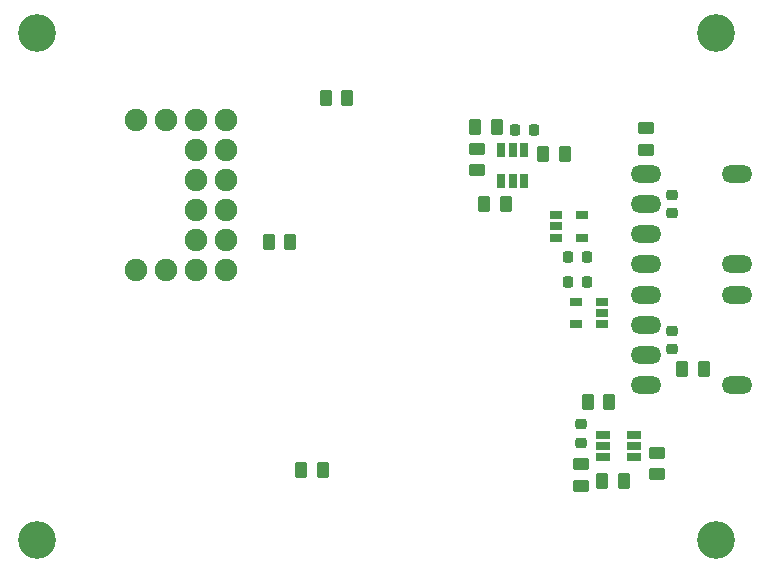
<source format=gbs>
G04 #@! TF.GenerationSoftware,KiCad,Pcbnew,(6.0.0)*
G04 #@! TF.CreationDate,2022-01-21T17:49:38-05:00*
G04 #@! TF.ProjectId,serial_interface,73657269-616c-45f6-996e-746572666163,D1*
G04 #@! TF.SameCoordinates,Original*
G04 #@! TF.FileFunction,Soldermask,Bot*
G04 #@! TF.FilePolarity,Negative*
%FSLAX45Y45*%
G04 Gerber Fmt 4.5, Leading zero omitted, Abs format (unit mm)*
G04 Created by KiCad (PCBNEW (6.0.0)) date 2022-01-21 17:49:38*
%MOMM*%
%LPD*%
G01*
G04 APERTURE LIST*
G04 Aperture macros list*
%AMRoundRect*
0 Rectangle with rounded corners*
0 $1 Rounding radius*
0 $2 $3 $4 $5 $6 $7 $8 $9 X,Y pos of 4 corners*
0 Add a 4 corners polygon primitive as box body*
4,1,4,$2,$3,$4,$5,$6,$7,$8,$9,$2,$3,0*
0 Add four circle primitives for the rounded corners*
1,1,$1+$1,$2,$3*
1,1,$1+$1,$4,$5*
1,1,$1+$1,$6,$7*
1,1,$1+$1,$8,$9*
0 Add four rect primitives between the rounded corners*
20,1,$1+$1,$2,$3,$4,$5,0*
20,1,$1+$1,$4,$5,$6,$7,0*
20,1,$1+$1,$6,$7,$8,$9,0*
20,1,$1+$1,$8,$9,$2,$3,0*%
G04 Aperture macros list end*
%ADD10R,0.650000X1.220000*%
%ADD11R,1.220000X0.650000*%
%ADD12R,1.060000X0.650000*%
%ADD13C,1.900000*%
%ADD14RoundRect,0.250000X0.262500X0.450000X-0.262500X0.450000X-0.262500X-0.450000X0.262500X-0.450000X0*%
%ADD15RoundRect,0.250000X0.450000X-0.262500X0.450000X0.262500X-0.450000X0.262500X-0.450000X-0.262500X0*%
%ADD16RoundRect,0.250000X-0.262500X-0.450000X0.262500X-0.450000X0.262500X0.450000X-0.262500X0.450000X0*%
%ADD17RoundRect,0.250000X-0.450000X0.262500X-0.450000X-0.262500X0.450000X-0.262500X0.450000X0.262500X0*%
%ADD18O,2.600000X1.500000*%
%ADD19C,3.200000*%
%ADD20RoundRect,0.225000X-0.250000X0.225000X-0.250000X-0.225000X0.250000X-0.225000X0.250000X0.225000X0*%
%ADD21RoundRect,0.225000X0.225000X0.250000X-0.225000X0.250000X-0.225000X-0.250000X0.225000X-0.250000X0*%
%ADD22RoundRect,0.225000X0.250000X-0.225000X0.250000X0.225000X-0.250000X0.225000X-0.250000X-0.225000X0*%
%ADD23RoundRect,0.225000X-0.225000X-0.250000X0.225000X-0.250000X0.225000X0.250000X-0.225000X0.250000X0*%
G04 APERTURE END LIST*
D10*
X14895000Y-9794000D03*
X14800000Y-9794000D03*
X14705000Y-9794000D03*
X14705000Y-10056000D03*
X14800000Y-10056000D03*
X14895000Y-10056000D03*
D11*
X15569000Y-12205000D03*
X15569000Y-12300000D03*
X15569000Y-12395000D03*
X15831000Y-12395000D03*
X15831000Y-12300000D03*
X15831000Y-12205000D03*
D12*
X15165000Y-10535000D03*
X15165000Y-10440000D03*
X15165000Y-10345000D03*
X15385000Y-10345000D03*
X15385000Y-10535000D03*
X15560000Y-11080000D03*
X15560000Y-11175000D03*
X15560000Y-11270000D03*
X15340000Y-11270000D03*
X15340000Y-11080000D03*
D13*
X11613000Y-10810000D03*
X11867000Y-10810000D03*
X12121000Y-10810000D03*
X12375000Y-10810000D03*
X12121000Y-10556000D03*
X12375000Y-10556000D03*
X12121000Y-10302000D03*
X12375000Y-10302000D03*
X12375000Y-10048000D03*
X12121000Y-10048000D03*
X12375000Y-9794000D03*
X12121000Y-9794000D03*
X12375000Y-9540000D03*
X12121000Y-9540000D03*
X11867000Y-9540000D03*
X11613000Y-9540000D03*
D14*
X15616250Y-11925000D03*
X15433750Y-11925000D03*
D15*
X16025000Y-12541250D03*
X16025000Y-12358750D03*
D16*
X15558750Y-12600000D03*
X15741250Y-12600000D03*
D17*
X15375000Y-12453750D03*
X15375000Y-12636250D03*
D16*
X15058750Y-9825000D03*
X15241250Y-9825000D03*
X14558750Y-10250000D03*
X14741250Y-10250000D03*
D17*
X14500000Y-9783750D03*
X14500000Y-9966250D03*
D14*
X14666250Y-9600000D03*
X14483750Y-9600000D03*
D16*
X13008750Y-12500000D03*
X13191250Y-12500000D03*
X13217500Y-9350000D03*
X13400000Y-9350000D03*
D14*
X16416250Y-11650000D03*
X16233750Y-11650000D03*
D17*
X15925000Y-9608750D03*
X15925000Y-9791250D03*
D16*
X12733750Y-10575000D03*
X12916250Y-10575000D03*
D18*
X15930388Y-11026000D03*
X15930388Y-11280000D03*
X15930388Y-11534000D03*
X15930388Y-11788000D03*
X16700388Y-11788000D03*
X16700388Y-11026000D03*
X16700388Y-10001000D03*
X16700388Y-10763000D03*
X15930388Y-10763000D03*
X15930388Y-10509000D03*
X15930388Y-10255000D03*
X15930388Y-10001000D03*
D19*
X16525000Y-8800000D03*
X16525000Y-13100000D03*
X10775000Y-8800000D03*
X10775000Y-13100000D03*
D20*
X15381000Y-12272500D03*
X15381000Y-12117500D03*
D21*
X14977500Y-9625000D03*
X14822500Y-9625000D03*
D20*
X16150000Y-11322500D03*
X16150000Y-11477500D03*
D22*
X16150000Y-10327500D03*
X16150000Y-10172500D03*
D23*
X15272500Y-10700000D03*
X15427500Y-10700000D03*
D21*
X15427500Y-10915000D03*
X15272500Y-10915000D03*
M02*

</source>
